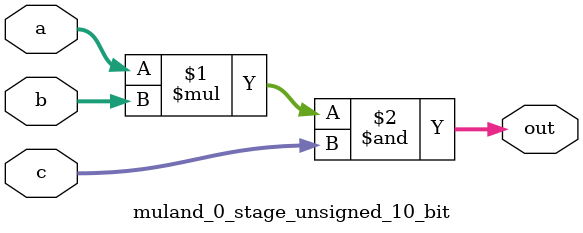
<source format=sv>
(* use_dsp = "yes" *) module muland_0_stage_unsigned_10_bit(
	input  [9:0] a,
	input  [9:0] b,
	input  [9:0] c,
	output [9:0] out
	);

	assign out = (a * b) & c;
endmodule

</source>
